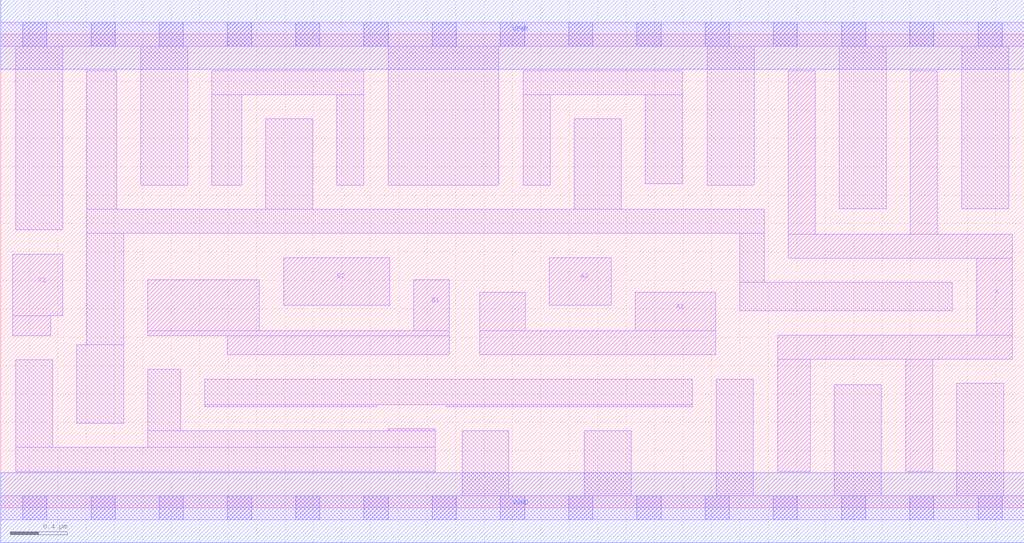
<source format=lef>
# Copyright 2020 The SkyWater PDK Authors
#
# Licensed under the Apache License, Version 2.0 (the "License");
# you may not use this file except in compliance with the License.
# You may obtain a copy of the License at
#
#     https://www.apache.org/licenses/LICENSE-2.0
#
# Unless required by applicable law or agreed to in writing, software
# distributed under the License is distributed on an "AS IS" BASIS,
# WITHOUT WARRANTIES OR CONDITIONS OF ANY KIND, either express or implied.
# See the License for the specific language governing permissions and
# limitations under the License.
#
# SPDX-License-Identifier: Apache-2.0

VERSION 5.7 ;
  NAMESCASESENSITIVE ON ;
  NOWIREEXTENSIONATPIN ON ;
  DIVIDERCHAR "/" ;
  BUSBITCHARS "[]" ;
UNITS
  DATABASE MICRONS 200 ;
END UNITS
MACRO sky130_fd_sc_lp__o221a_4
  CLASS CORE ;
  SOURCE USER ;
  FOREIGN sky130_fd_sc_lp__o221a_4 ;
  ORIGIN  0.000000  0.000000 ;
  SIZE  7.200000 BY  3.330000 ;
  SYMMETRY X Y R90 ;
  SITE unit ;
  PIN A1
    ANTENNAGATEAREA  0.630000 ;
    DIRECTION INPUT ;
    USE SIGNAL ;
    PORT
      LAYER li1 ;
        RECT 3.370000 1.075000 5.030000 1.245000 ;
        RECT 3.370000 1.245000 3.690000 1.515000 ;
        RECT 4.465000 1.245000 5.030000 1.515000 ;
    END
  END A1
  PIN A2
    ANTENNAGATEAREA  0.630000 ;
    DIRECTION INPUT ;
    USE SIGNAL ;
    PORT
      LAYER li1 ;
        RECT 3.860000 1.425000 4.295000 1.760000 ;
    END
  END A2
  PIN B1
    ANTENNAGATEAREA  0.630000 ;
    DIRECTION INPUT ;
    USE SIGNAL ;
    PORT
      LAYER li1 ;
        RECT 1.035000 1.210000 3.155000 1.245000 ;
        RECT 1.035000 1.245000 1.820000 1.605000 ;
        RECT 1.595000 1.075000 3.155000 1.210000 ;
        RECT 2.905000 1.245000 3.155000 1.605000 ;
    END
  END B1
  PIN B2
    ANTENNAGATEAREA  0.630000 ;
    DIRECTION INPUT ;
    USE SIGNAL ;
    PORT
      LAYER li1 ;
        RECT 1.990000 1.425000 2.735000 1.760000 ;
    END
  END B2
  PIN C1
    ANTENNAGATEAREA  0.630000 ;
    DIRECTION INPUT ;
    USE SIGNAL ;
    PORT
      LAYER li1 ;
        RECT 0.085000 1.210000 0.350000 1.350000 ;
        RECT 0.085000 1.350000 0.435000 1.785000 ;
    END
  END C1
  PIN X
    ANTENNADIFFAREA  1.176000 ;
    DIRECTION OUTPUT ;
    USE SIGNAL ;
    PORT
      LAYER li1 ;
        RECT 5.465000 0.255000 5.695000 1.045000 ;
        RECT 5.465000 1.045000 7.115000 1.215000 ;
        RECT 5.540000 1.755000 7.115000 1.925000 ;
        RECT 5.540000 1.925000 5.730000 3.075000 ;
        RECT 6.365000 0.255000 6.555000 1.045000 ;
        RECT 6.400000 1.925000 6.590000 3.075000 ;
        RECT 6.865000 1.215000 7.115000 1.755000 ;
    END
  END X
  PIN VGND
    DIRECTION INOUT ;
    USE GROUND ;
    PORT
      LAYER met1 ;
        RECT 0.000000 -0.245000 7.200000 0.245000 ;
    END
  END VGND
  PIN VPWR
    DIRECTION INOUT ;
    USE POWER ;
    PORT
      LAYER met1 ;
        RECT 0.000000 3.085000 7.200000 3.575000 ;
    END
  END VPWR
  OBS
    LAYER li1 ;
      RECT 0.000000 -0.085000 7.200000 0.085000 ;
      RECT 0.000000  3.245000 7.200000 3.415000 ;
      RECT 0.105000  0.255000 3.055000 0.425000 ;
      RECT 0.105000  0.425000 0.365000 1.040000 ;
      RECT 0.105000  1.955000 0.435000 3.245000 ;
      RECT 0.535000  0.595000 0.865000 1.145000 ;
      RECT 0.605000  1.145000 0.865000 1.930000 ;
      RECT 0.605000  1.930000 5.370000 2.100000 ;
      RECT 0.605000  2.100000 0.815000 3.075000 ;
      RECT 0.985000  2.270000 1.315000 3.245000 ;
      RECT 1.035000  0.425000 3.055000 0.540000 ;
      RECT 1.035000  0.540000 1.265000 0.975000 ;
      RECT 1.435000  0.710000 2.645000 0.725000 ;
      RECT 1.435000  0.725000 4.865000 0.905000 ;
      RECT 1.485000  2.270000 1.695000 2.905000 ;
      RECT 1.485000  2.905000 2.555000 3.075000 ;
      RECT 1.865000  2.100000 2.195000 2.735000 ;
      RECT 2.365000  2.270000 2.555000 2.905000 ;
      RECT 2.725000  0.540000 3.055000 0.555000 ;
      RECT 2.725000  2.270000 3.505000 3.245000 ;
      RECT 3.135000  0.710000 4.865000 0.725000 ;
      RECT 3.245000  0.085000 3.575000 0.540000 ;
      RECT 3.675000  2.270000 3.865000 2.905000 ;
      RECT 3.675000  2.905000 4.795000 3.075000 ;
      RECT 4.035000  2.100000 4.365000 2.735000 ;
      RECT 4.105000  0.085000 4.435000 0.540000 ;
      RECT 4.535000  2.280000 4.795000 2.905000 ;
      RECT 4.970000  2.270000 5.300000 3.245000 ;
      RECT 5.035000  0.085000 5.295000 0.905000 ;
      RECT 5.200000  1.385000 6.695000 1.585000 ;
      RECT 5.200000  1.585000 5.370000 1.930000 ;
      RECT 5.865000  0.085000 6.195000 0.865000 ;
      RECT 5.900000  2.105000 6.230000 3.245000 ;
      RECT 6.725000  0.085000 7.055000 0.875000 ;
      RECT 6.760000  2.105000 7.090000 3.245000 ;
    LAYER mcon ;
      RECT 0.155000 -0.085000 0.325000 0.085000 ;
      RECT 0.155000  3.245000 0.325000 3.415000 ;
      RECT 0.635000 -0.085000 0.805000 0.085000 ;
      RECT 0.635000  3.245000 0.805000 3.415000 ;
      RECT 1.115000 -0.085000 1.285000 0.085000 ;
      RECT 1.115000  3.245000 1.285000 3.415000 ;
      RECT 1.595000 -0.085000 1.765000 0.085000 ;
      RECT 1.595000  3.245000 1.765000 3.415000 ;
      RECT 2.075000 -0.085000 2.245000 0.085000 ;
      RECT 2.075000  3.245000 2.245000 3.415000 ;
      RECT 2.555000 -0.085000 2.725000 0.085000 ;
      RECT 2.555000  3.245000 2.725000 3.415000 ;
      RECT 3.035000 -0.085000 3.205000 0.085000 ;
      RECT 3.035000  3.245000 3.205000 3.415000 ;
      RECT 3.515000 -0.085000 3.685000 0.085000 ;
      RECT 3.515000  3.245000 3.685000 3.415000 ;
      RECT 3.995000 -0.085000 4.165000 0.085000 ;
      RECT 3.995000  3.245000 4.165000 3.415000 ;
      RECT 4.475000 -0.085000 4.645000 0.085000 ;
      RECT 4.475000  3.245000 4.645000 3.415000 ;
      RECT 4.955000 -0.085000 5.125000 0.085000 ;
      RECT 4.955000  3.245000 5.125000 3.415000 ;
      RECT 5.435000 -0.085000 5.605000 0.085000 ;
      RECT 5.435000  3.245000 5.605000 3.415000 ;
      RECT 5.915000 -0.085000 6.085000 0.085000 ;
      RECT 5.915000  3.245000 6.085000 3.415000 ;
      RECT 6.395000 -0.085000 6.565000 0.085000 ;
      RECT 6.395000  3.245000 6.565000 3.415000 ;
      RECT 6.875000 -0.085000 7.045000 0.085000 ;
      RECT 6.875000  3.245000 7.045000 3.415000 ;
  END
END sky130_fd_sc_lp__o221a_4

</source>
